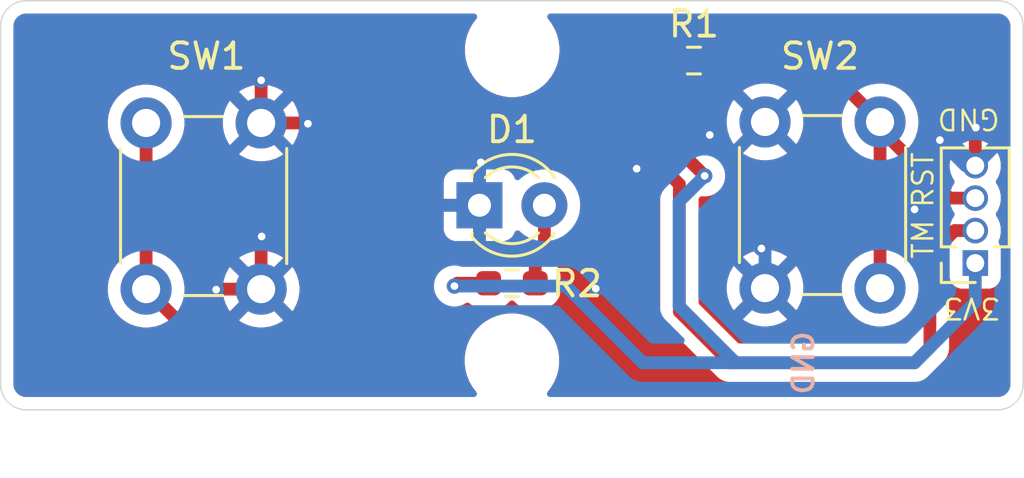
<source format=kicad_pcb>
(kicad_pcb (version 20241229) (generator "pcbnew") (generator_version "9.0")
  (layers (0 "F.Cu" signal) (2 "B.Cu" signal) (13 "F.Paste" user) (15 "B.Paste" user) (5 "F.SilkS" user "F.Silkscreen") (7 "B.SilkS" user "B.Silkscreen") (1 "F.Mask" user) (3 "B.Mask" user) (25 "Edge.Cuts" user))
  (net 0 "")
  (net 1 "Net-(D1-A)")
  (net 2 "GND")
  (net 3 "ESP_EN")
  (net 4 "+3.3V")
  (net 5 "ESP_RELAY_TRIG")
  (footprint "Connector_PinSocket_1.27mm:PinSocket_1x04_P1.27mm_Vertical" (layer "F.Cu") (at 112.585 104.01 180)
    (property "Reference" "J5" (hide yes))
    (property "Value" "Conn_01x04_Pin" (hide yes))
    (fp_line (start 1.33 0.635) (end 1.33 4.505) (stroke (width 0.12)) (layer "F.SilkS"))
    (fp_line (start 1.33 -0.76) (end 1.33 0) (stroke (width 0.12)) (layer "F.SilkS"))
    (fp_line (start 0.76 0.635) (end 1.33 0.635) (stroke (width 0.12)) (layer "F.SilkS"))
    (fp_line (start 0.30753 4.505) (end 1.33 4.505) (stroke (width 0.12)) (layer "F.SilkS"))
    (fp_line (start 0 -0.76) (end 1.33 -0.76) (stroke (width 0.12)) (layer "F.SilkS"))
    (fp_line (start -1.33 4.505) (end -0.30753 4.505) (stroke (width 0.12)) (layer "F.SilkS"))
    (fp_line (start -1.33 0.635) (end -0.76 0.635) (stroke (width 0.12)) (layer "F.SilkS"))
    (fp_line (start -1.33 0.635) (end -1.33 4.505) (stroke (width 0.12)) (layer "F.SilkS"))
    (pad "1" thru_hole rect (at 0 0 180) (size 1 1) (drill 0.7) (layers "*.Cu" "*.Mask") (net 4 "+3.3V"))
    (pad "2" thru_hole circle (at 0 1.27 180) (size 1 1) (drill 0.7) (layers "*.Cu" "*.Mask") (net 3 "ESP_EN"))
    (pad "3" thru_hole circle (at 0 2.54 180) (size 1 1) (drill 0.7) (layers "*.Cu" "*.Mask") (net 5 "ESP_RELAY_TRIG"))
    (pad "4" thru_hole circle (at 0 3.81 180) (size 1 1) (drill 0.7) (layers "*.Cu" "*.Mask") (net 2 "GND"))
  )
  (footprint "Button_Switch_THT:SW_PUSH_6mm_H9.5mm" (layer "F.Cu") (at 108.86 98.49 -90)
    (property "Reference" "SW2" (at -2.57 2.35 0) (layer "F.SilkS"))
    (property "Value" "SW_Push")
    (fp_line (start 1 5.5) (end 5.5 5.5) (stroke (width 0.12)) (layer "F.SilkS"))
    (fp_line (start 6.75 3) (end 6.75 1.5) (stroke (width 0.12)) (layer "F.SilkS"))
    (fp_line (start -0.25 1.5) (end -0.25 3) (stroke (width 0.12)) (layer "F.SilkS"))
    (fp_line (start 5.5 -1) (end 1 -1) (stroke (width 0.12)) (layer "F.SilkS"))
    (pad "1" thru_hole circle (at 0 0) (size 2 2) (drill 1.1) (layers "*.Cu" "*.Mask") (net 5 "ESP_RELAY_TRIG"))
    (pad "1" thru_hole circle (at 6.5 0) (size 2 2) (drill 1.1) (layers "*.Cu" "*.Mask") (net 5 "ESP_RELAY_TRIG"))
    (pad "2" thru_hole circle (at 0 4.5) (size 2 2) (drill 1.1) (layers "*.Cu" "*.Mask") (net 2 "GND"))
    (pad "2" thru_hole circle (at 6.5 4.5) (size 2 2) (drill 1.1) (layers "*.Cu" "*.Mask") (net 2 "GND"))
  )
  (footprint "MountingHole:MountingHole_3.2mm_M3_DIN965" (layer "F.Cu") (at 94.47 95.67)
    (property "Reference" "REF**" (hide yes))
    (property "Value" "MountingHole_3.2mm_M3_DIN965" (hide yes))
    (pad "" np_thru_hole circle (at 0 0) (size 3.2 3.2) (drill 3.2) (layers "*.Cu" "*.Mask"))
  )
  (footprint "Resistor_SMD:R_0603_1608Metric_Pad0.98x0.95mm_HandSolder" (layer "F.Cu") (at 101.58 96.09 180)
    (property "Reference" "R1" (at 0 1.43 0) (layer "F.SilkS"))
    (property "Value" "1K")
    (fp_line (start -0.254724 0.5225) (end 0.254724 0.5225) (stroke (width 0.12)) (layer "F.SilkS"))
    (fp_line (start -0.254724 -0.5225) (end 0.254724 -0.5225) (stroke (width 0.12)) (layer "F.SilkS"))
    (pad "1" smd roundrect (at -0.9125 0 180) (size 0.975 0.95) (layers "F.Cu" "F.Mask" "F.Paste") (net 5 "ESP_RELAY_TRIG"))
    (pad "2" smd roundrect (at 0.9125 0 180) (size 0.975 0.95) (layers "F.Cu" "F.Mask" "F.Paste") (net 4 "+3.3V"))
  )
  (footprint "MountingHole:MountingHole_3.2mm_M3_DIN965" (layer "F.Cu") (at 94.46 107.83)
    (property "Reference" "REF**" (hide yes))
    (property "Value" "MountingHole_3.2mm_M3_DIN965")
    (pad "" np_thru_hole circle (at 0 0) (size 3.2 3.2) (drill 3.2) (layers "*.Cu" "*.Mask"))
  )
  (footprint "Button_Switch_THT:SW_PUSH_6mm_H9.5mm" (layer "F.Cu") (at 80.15 105.03 90)
    (property "Reference" "SW1" (at 9.11 2.36 0) (layer "F.SilkS"))
    (property "Value" "SW_Push" (hide yes))
    (fp_line (start 5.5 -1) (end 1 -1) (stroke (width 0.12)) (layer "F.SilkS"))
    (fp_line (start -0.25 1.5) (end -0.25 3) (stroke (width 0.12)) (layer "F.SilkS"))
    (fp_line (start 6.75 3) (end 6.75 1.5) (stroke (width 0.12)) (layer "F.SilkS"))
    (fp_line (start 1 5.5) (end 5.5 5.5) (stroke (width 0.12)) (layer "F.SilkS"))
    (pad "1" thru_hole circle (at 0 0 180) (size 2 2) (drill 1.1) (layers "*.Cu" "*.Mask") (net 3 "ESP_EN"))
    (pad "1" thru_hole circle (at 6.5 0 180) (size 2 2) (drill 1.1) (layers "*.Cu" "*.Mask") (net 3 "ESP_EN"))
    (pad "2" thru_hole circle (at 0 4.5 180) (size 2 2) (drill 1.1) (layers "*.Cu" "*.Mask") (net 2 "GND"))
    (pad "2" thru_hole circle (at 6.5 4.5 180) (size 2 2) (drill 1.1) (layers "*.Cu" "*.Mask") (net 2 "GND"))
  )
  (footprint "LED_THT:LED_D3.0mm" (layer "F.Cu") (at 93.19 101.75)
    (property "Reference" "D1" (at 1.27 -2.96 0) (layer "F.SilkS"))
    (property "Value" "LED")
    (fp_line (start -0.29 -1.236) (end -0.29 -1.08) (stroke (width 0.12)) (layer "F.SilkS"))
    (fp_line (start -0.29 1.08) (end -0.29 1.236) (stroke (width 0.12)) (layer "F.SilkS"))
    (fp_arc (start -0.29 -1.235516) (mid 1.36566 -1.987699) (end 2.941437 -1.08) (stroke (width 0.12)) (layer "F.SilkS"))
    (fp_arc (start 0.229039 -1.08) (mid 1.27 -1.5) (end 2.310961 -1.08) (stroke (width 0.12)) (layer "F.SilkS"))
    (fp_arc (start 2.310961 1.08) (mid 1.27 1.5) (end 0.229039 1.08) (stroke (width 0.12)) (layer "F.SilkS"))
    (fp_arc (start 2.941437 1.08) (mid 1.36566 1.987699) (end -0.29 1.235516) (stroke (width 0.12)) (layer "F.SilkS"))
    (pad "1" thru_hole rect (at 0 0) (size 1.8 1.8) (drill 0.9) (layers "*.Cu" "*.Mask") (net 2 "GND"))
    (pad "2" thru_hole circle (at 2.54 0) (size 1.8 1.8) (drill 0.9) (layers "*.Cu" "*.Mask") (net 1 "Net-(D1-A)"))
  )
  (footprint "Resistor_SMD:R_0603_1608Metric_Pad0.98x0.95mm_HandSolder" (layer "F.Cu") (at 94.46 104.8)
    (property "Reference" "R2" (at 2.54 0.02 0) (layer "F.SilkS"))
    (property "Value" "1K")
    (fp_line (start -0.254724 -0.5225) (end 0.254724 -0.5225) (stroke (width 0.12)) (layer "F.SilkS"))
    (fp_line (start -0.254724 0.5225) (end 0.254724 0.5225) (stroke (width 0.12)) (layer "F.SilkS"))
    (pad "1" smd roundrect (at -0.9125 0) (size 0.975 0.95) (layers "F.Cu" "F.Mask" "F.Paste") (net 4 "+3.3V"))
    (pad "2" smd roundrect (at 0.9125 0) (size 0.975 0.95) (layers "F.Cu" "F.Mask" "F.Paste") (net 1 "Net-(D1-A)"))
  )
  (gr_line (start 83.46 93.75) (end 105.46 93.75) (stroke (width 0.05)) (layer "Edge.Cuts"))
  (gr_line (start 105.46 93.75) (end 113.46 93.75) (stroke (width 0.05)) (layer "Edge.Cuts"))
  (gr_line (start 114.46 94.75) (end 114.46 108.75) (stroke (width 0.05)) (layer "Edge.Cuts"))
  (gr_line (start 113.46 109.75) (end 75.46 109.75) (stroke (width 0.05)) (layer "Edge.Cuts"))
  (gr_arc (start 113.46 93.75) (mid 114.167107 94.042893) (end 114.46 94.75) (stroke (width 0.05)) (layer "Edge.Cuts"))
  (gr_arc (start 74.46 94.75) (mid 74.752893 94.042893) (end 75.46 93.75) (stroke (width 0.05)) (layer "Edge.Cuts"))
  (gr_arc (start 114.46 108.75) (mid 114.167107 109.457107) (end 113.46 109.75) (stroke (width 0.05)) (layer "Edge.Cuts"))
  (gr_line (start 74.46 108.75) (end 74.46 94.75) (stroke (width 0.05)) (layer "Edge.Cuts"))
  (gr_line (start 75.46 93.75) (end 83.46 93.75) (stroke (width 0.05)) (layer "Edge.Cuts"))
  (gr_arc (start 75.46 109.75) (mid 74.752893 109.457107) (end 74.46 108.75) (stroke (width 0.05)) (layer "Edge.Cuts"))
  (gr_text "TM" (at 111.01 103.91 90) (layer "F.SilkS") (effects (font (size 0.8 0.8) (thickness 0.1)) (justify left bottom)))
  (gr_text "GND" (at 113.61 97.91 180) (layer "F.SilkS") (effects (font (size 0.8 0.8) (thickness 0.1)) (justify left bottom)))
  (gr_text "RST" (at 111.01 101.91 90) (layer "F.SilkS") (effects (font (size 0.8 0.8) (thickness 0.1)) (justify left bottom)))
  (gr_text "3V3\n" (at 113.61 105.31 180) (layer "F.SilkS") (effects (font (size 0.8 0.8) (thickness 0.1)) (justify left bottom)))
  (gr_text "GND\n" (at 106.33 106.6 90) (layer "B.SilkS") (effects (font (size 0.8 0.8) (thickness 0.15) (bold yes)) (justify left bottom mirror)))
  (segment (start 95.3725 103.5775) (end 95.3725 104.8) (width 0.5) (layer "F.Cu") (net 1))
  (segment (start 95.73 103.22) (end 95.3725 103.5775) (width 0.5) (layer "F.Cu") (net 1))
  (segment (start 95.73 101.75) (end 95.73 103.22) (width 0.5) (layer "F.Cu") (net 1))
  (segment (start 84.65 105.03) (end 84.65 102.99) (width 0.5) (layer "F.Cu") (net 2))
  (segment (start 112.585 98.735) (end 112.61 98.71) (width 0.5) (layer "F.Cu") (net 2))
  (segment (start 93.19 100.12) (end 93.24 100.07) (width 0.5) (layer "F.Cu") (net 2))
  (segment (start 93.19 101.75) (end 93.19 100.12) (width 0.5) (layer "F.Cu") (net 2))
  (segment (start 82.91 105.03) (end 82.89 105.05) (width 0.5) (layer "F.Cu") (net 2))
  (segment (start 84.65 98.53) (end 84.65 96.86) (width 0.5) (layer "F.Cu") (net 2))
  (segment (start 84.65 102.99) (end 84.67 102.97) (width 0.5) (layer "F.Cu") (net 2))
  (segment (start 86.45 98.53) (end 86.48 98.56) (width 0.5) (layer "F.Cu") (net 2))
  (segment (start 112.585 100.2) (end 112.585 98.735) (width 0.5) (layer "F.Cu") (net 2))
  (segment (start 84.65 105.03) (end 82.91 105.03) (width 0.5) (layer "F.Cu") (net 2))
  (segment (start 84.65 98.53) (end 86.45 98.53) (width 0.5) (layer "F.Cu") (net 2))
  (via (at 111.2 99.2) (size 0.6) (drill 0.3) (layers "F.Cu" "B.Cu") (net 2))
  (via (at 82.89 105.05) (size 0.6) (drill 0.3) (layers "F.Cu" "B.Cu") (net 2))
  (via (at 86.48 98.56) (size 0.6) (drill 0.3) (layers "F.Cu" "B.Cu") (net 2))
  (via (at 104.22 103.44) (size 0.6) (drill 0.3) (layers "F.Cu" "B.Cu") (net 2))
  (via (at 84.65 96.86) (size 0.6) (drill 0.3) (layers "F.Cu" "B.Cu") (net 2))
  (via (at 97.74 105.01) (size 0.6) (drill 0.3) (layers "F.Cu" "B.Cu") (net 2))
  (via (at 99.34 100.32) (size 0.6) (drill 0.3) (layers "F.Cu" "B.Cu") (net 2))
  (via (at 84.67 102.97) (size 0.6) (drill 0.3) (layers "F.Cu" "B.Cu") (net 2))
  (via (at 110.21 101.91) (size 0.6) (drill 0.3) (layers "F.Cu" "B.Cu") (net 2))
  (via (at 93.24 100.07) (size 0.6) (drill 0.3) (layers "F.Cu" "B.Cu") (net 2))
  (via (at 112.61 98.71) (size 0.6) (drill 0.3) (layers "F.Cu" "B.Cu") (net 2))
  (via (at 102.2 99) (size 0.6) (drill 0.3) (layers "F.Cu" "B.Cu") (net 2))
  (segment (start 112.2 100.2) (end 111.2 99.2) (width 0.5) (layer "B.Cu") (net 2))
  (segment (start 104.36 103.58) (end 104.22 103.44) (width 0.5) (layer "B.Cu") (net 2))
  (segment (start 104.36 104.99) (end 104.36 103.58) (width 0.5) (layer "B.Cu") (net 2))
  (segment (start 112.585 100.2) (end 112.2 100.2) (width 0.5) (layer "B.Cu") (net 2))
  (segment (start 110.81 107.31) (end 110.81 103.71) (width 0.5) (layer "F.Cu") (net 3))
  (segment (start 80.15 105.03) (end 82.83 107.71) (width 0.5) (layer "F.Cu") (net 3))
  (segment (start 110.81 103.71) (end 111.78 102.74) (width 0.5) (layer "F.Cu") (net 3))
  (segment (start 89.81 100.51) (end 91.81 98.51) (width 0.5) (layer "F.Cu") (net 3))
  (segment (start 87.81 107.71) (end 89.81 105.71) (width 0.5) (layer "F.Cu") (net 3))
  (segment (start 101.01 105.91) (end 103.01 107.91) (width 0.5) (layer "F.Cu") (net 3))
  (segment (start 82.83 107.71) (end 87.81 107.71) (width 0.5) (layer "F.Cu") (net 3))
  (segment (start 110.21 107.91) (end 110.81 107.31) (width 0.5) (layer "F.Cu") (net 3))
  (segment (start 91.81 98.51) (end 98.592075 98.51) (width 0.5) (layer "F.Cu") (net 3))
  (segment (start 80.15 98.53) (end 80.15 105.03) (width 0.5) (layer "F.Cu") (net 3))
  (segment (start 111.78 102.74) (end 112.585 102.74) (width 0.5) (layer "F.Cu") (net 3))
  (segment (start 98.592075 98.51) (end 101.01 100.927925) (width 0.5) (layer "F.Cu") (net 3))
  (segment (start 89.81 105.71) (end 89.81 100.51) (width 0.5) (layer "F.Cu") (net 3))
  (segment (start 103.01 107.91) (end 110.21 107.91) (width 0.5) (layer "F.Cu") (net 3))
  (segment (start 101.01 100.927925) (end 101.01 105.91) (width 0.5) (layer "F.Cu") (net 3))
  (segment (start 93.5475 104.8) (end 92.32 104.8) (width 0.5) (layer "F.Cu") (net 4))
  (segment (start 100.6 96.1575) (end 100.6675 96.09) (width 0.5) (layer "F.Cu") (net 4))
  (segment (start 102 100.6) (end 100.6 99.2) (width 0.5) (layer "F.Cu") (net 4))
  (segment (start 92.32 104.8) (end 92.21 104.91) (width 0.5) (layer "F.Cu") (net 4))
  (segment (start 100.6 99.2) (end 100.6 96.1575) (width 0.5) (layer "F.Cu") (net 4))
  (via (at 102 100.6) (size 0.6) (drill 0.3) (layers "F.Cu" "B.Cu") (net 4))
  (via (at 92.21 104.91) (size 0.6) (drill 0.3) (layers "F.Cu" "B.Cu") (net 4))
  (segment (start 96.577925 104.91) (end 99.577925 107.91) (width 0.5) (layer "B.Cu") (net 4))
  (segment (start 110.21 107.91) (end 112.585 105.535) (width 0.5) (layer "B.Cu") (net 4))
  (segment (start 112.585 105.535) (end 112.585 104.01) (width 0.5) (layer "B.Cu") (net 4))
  (segment (start 102 100.6) (end 101 101.6) (width 0.5) (layer "B.Cu") (net 4))
  (segment (start 101 101.6) (end 101 105.7) (width 0.5) (layer "B.Cu") (net 4))
  (segment (start 92.21 104.91) (end 96.577925 104.91) (width 0.5) (layer "B.Cu") (net 4))
  (segment (start 103.21 107.91) (end 110.21 107.91) (width 0.5) (layer "B.Cu") (net 4))
  (segment (start 101 105.7) (end 103.21 107.91) (width 0.5) (layer "B.Cu") (net 4))
  (segment (start 99.577925 107.91) (end 103.21 107.91) (width 0.5) (layer "B.Cu") (net 4))
  (segment (start 111.57 101.47) (end 112.585 101.47) (width 0.5) (layer "F.Cu") (net 5))
  (segment (start 106.46 96.09) (end 108.86 98.49) (width 0.5) (layer "F.Cu") (net 5))
  (segment (start 108.86 98.49) (end 108.86 98.76) (width 0.5) (layer "F.Cu") (net 5))
  (segment (start 102.4925 96.09) (end 106.46 96.09) (width 0.5) (layer "F.Cu") (net 5))
  (segment (start 108.86 98.76) (end 111.57 101.47) (width 0.5) (layer "F.Cu") (net 5))
  (segment (start 108.86 104.99) (end 108.86 98.49) (width 0.5) (layer "F.Cu") (net 5))
  (zone (net 2) (net_name "GND") (layers "F.Cu" "B.Cu") (connect_pads (clearance 0.5)) (min_thickness 0.25) (fill yes (thermal_gap 0.5) (thermal_bridge_width 0.5))
    (polygon (pts (xy 74.51 93.72) (xy 114.51 93.72) (xy 114.51 109.72) (xy 74.51 109.72)))
  )
)
</source>
